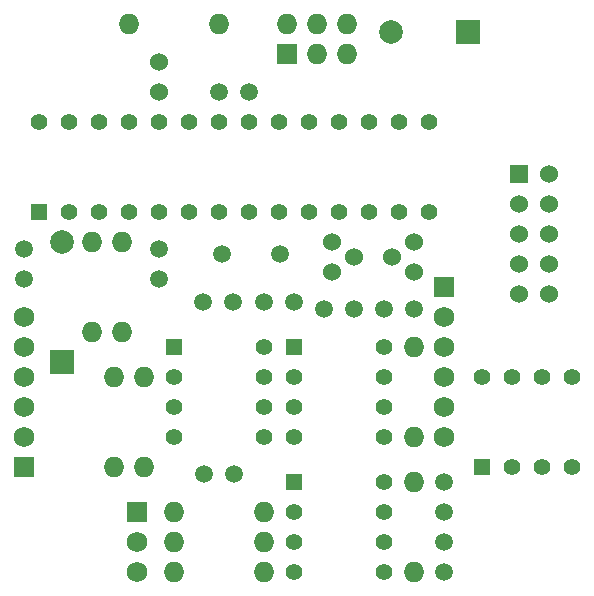
<source format=gbs>
%FSLAX36Y36*%
G04 Gerber Fmt 3.6, Leading zero omitted, Abs format (unit inch)*
G04 Created by KiCad (PCBNEW (2014-jul-16 BZR unknown)-product) date Tue 27 Jan 2015 11:40:33 AM PST*
%MOIN*%
G01*
G04 APERTURE LIST*
%ADD10C,0.003937*%
%ADD11C,0.059100*%
%ADD12C,0.078700*%
%ADD13R,0.078700X0.078700*%
%ADD14C,0.060000*%
%ADD15R,0.068000X0.068000*%
%ADD16C,0.068000*%
%ADD17R,0.060000X0.060000*%
%ADD18O,0.068000X0.068000*%
%ADD19R,0.055000X0.055000*%
%ADD20C,0.055000*%
G04 APERTURE END LIST*
D10*
D11*
X4000000Y-4850000D03*
X4000000Y-4750000D03*
X4695000Y-4925000D03*
X4595000Y-4925000D03*
X5200000Y-4950000D03*
X5300000Y-4950000D03*
X4800000Y-4925000D03*
X4900000Y-4925000D03*
X5000000Y-4950000D03*
X5100000Y-4950000D03*
D12*
X4125000Y-4725000D03*
D13*
X4125000Y-5125000D03*
D14*
X4450000Y-4125000D03*
X4450000Y-4225000D03*
D15*
X4375000Y-5625000D03*
D16*
X4375000Y-5725000D03*
X4375000Y-5825000D03*
D17*
X5650000Y-4500000D03*
D14*
X5750000Y-4500000D03*
X5650000Y-4600000D03*
X5750000Y-4600000D03*
X5650000Y-4700000D03*
X5750000Y-4700000D03*
X5650000Y-4800000D03*
X5750000Y-4800000D03*
X5650000Y-4900000D03*
X5750000Y-4900000D03*
D15*
X4000000Y-5475000D03*
D16*
X4000000Y-5375000D03*
X4000000Y-5275000D03*
X4000000Y-5175000D03*
X4000000Y-5075000D03*
X4000000Y-4975000D03*
D15*
X4875000Y-4100000D03*
D18*
X4875000Y-4000000D03*
X4975000Y-4100000D03*
X4975000Y-4000000D03*
X5075000Y-4100000D03*
X5075000Y-4000000D03*
D13*
X5478000Y-4025000D03*
D12*
X5222000Y-4025000D03*
D11*
X4658900Y-4765000D03*
X4851100Y-4765000D03*
D19*
X4900000Y-5075000D03*
D20*
X4900000Y-5175000D03*
X4900000Y-5275000D03*
X4900000Y-5375000D03*
X5200000Y-5375000D03*
X5200000Y-5275000D03*
X5200000Y-5175000D03*
X5200000Y-5075000D03*
D11*
X4450000Y-4750000D03*
X4450000Y-4850000D03*
X4750000Y-4225000D03*
X4650000Y-4225000D03*
X5400000Y-5725000D03*
X5400000Y-5825000D03*
X5400000Y-5625000D03*
X5400000Y-5525000D03*
D15*
X5400000Y-4875000D03*
D16*
X5400000Y-4975000D03*
X5400000Y-5075000D03*
X5400000Y-5175000D03*
X5400000Y-5275000D03*
X5400000Y-5375000D03*
D20*
X4150000Y-4625000D03*
X4250000Y-4625000D03*
X4350000Y-4625000D03*
X4450000Y-4625000D03*
X4550000Y-4625000D03*
X4650000Y-4625000D03*
X4750000Y-4625000D03*
X4850000Y-4625000D03*
X4950000Y-4625000D03*
X5050000Y-4625000D03*
X5150000Y-4625000D03*
X5250000Y-4625000D03*
X5350000Y-4625000D03*
D19*
X4050000Y-4625000D03*
D20*
X5350000Y-4325000D03*
X5250000Y-4325000D03*
X5150000Y-4325000D03*
X5050000Y-4325000D03*
X4950000Y-4325000D03*
X4850000Y-4325000D03*
X4750000Y-4325000D03*
X4650000Y-4325000D03*
X4550000Y-4325000D03*
X4450000Y-4325000D03*
X4350000Y-4325000D03*
X4250000Y-4325000D03*
X4150000Y-4325000D03*
X4050000Y-4325000D03*
D19*
X4900000Y-5525000D03*
D20*
X4900000Y-5625000D03*
X4900000Y-5725000D03*
X4900000Y-5825000D03*
X5200000Y-5825000D03*
X5200000Y-5725000D03*
X5200000Y-5625000D03*
X5200000Y-5525000D03*
D19*
X5525000Y-5475000D03*
D20*
X5625000Y-5475000D03*
X5725000Y-5475000D03*
X5825000Y-5475000D03*
X5825000Y-5175000D03*
X5725000Y-5175000D03*
X5625000Y-5175000D03*
X5525000Y-5175000D03*
D14*
X5300000Y-4825000D03*
X5225000Y-4775000D03*
X5300000Y-4725000D03*
D19*
X4500000Y-5075000D03*
D20*
X4500000Y-5175000D03*
X4500000Y-5275000D03*
X4500000Y-5375000D03*
X4800000Y-5375000D03*
X4800000Y-5275000D03*
X4800000Y-5175000D03*
X4800000Y-5075000D03*
D14*
X5025000Y-4725000D03*
X5100000Y-4775000D03*
X5025000Y-4825000D03*
D18*
X4225000Y-4725000D03*
X4225000Y-5025000D03*
X4400000Y-5175000D03*
X4400000Y-5475000D03*
X4325000Y-5025000D03*
X4325000Y-4725000D03*
X4300000Y-5175000D03*
X4300000Y-5475000D03*
X4800000Y-5825000D03*
X4500000Y-5825000D03*
X4500000Y-5725000D03*
X4800000Y-5725000D03*
X4500000Y-5625000D03*
X4800000Y-5625000D03*
X4350000Y-4000000D03*
X4650000Y-4000000D03*
X5300000Y-5825000D03*
X5300000Y-5525000D03*
X5300000Y-5075000D03*
X5300000Y-5375000D03*
D11*
X4600000Y-5500000D03*
X4700000Y-5500000D03*
M02*

</source>
